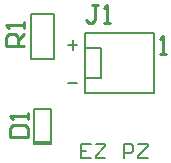
<source format=gto>
G04*
G04 #@! TF.GenerationSoftware,Altium Limited,Altium Designer,25.2.1 (25)*
G04*
G04 Layer_Color=65535*
%FSLAX44Y44*%
%MOMM*%
G71*
G04*
G04 #@! TF.SameCoordinates,9DBAF68E-55E7-41F9-A940-57863198C997*
G04*
G04*
G04 #@! TF.FilePolarity,Positive*
G04*
G01*
G75*
%ADD10C,0.2000*%
%ADD11C,0.2540*%
%ADD12R,1.3518X0.2949*%
D10*
X33000Y54000D02*
X47000D01*
X33000Y24000D02*
X47000D01*
X33000D02*
Y54000D01*
X47000Y24000D02*
Y54000D01*
X30000Y96000D02*
Y134000D01*
X50000D01*
X30000Y96000D02*
X50000D01*
Y134000D01*
X134210Y66900D02*
Y117700D01*
X75790Y66900D02*
X134210D01*
X75790D02*
Y117700D01*
X134210D01*
X75790Y105000D02*
X89760D01*
Y79600D02*
Y105000D01*
X75790Y79600D02*
X89760D01*
X81117Y24156D02*
X73120D01*
Y12160D01*
X81117D01*
X73120Y18158D02*
X77119D01*
X85116Y24156D02*
X93113D01*
Y22157D01*
X85116Y14159D01*
Y12160D01*
X93113D01*
X109108D02*
Y24156D01*
X115106D01*
X117106Y22157D01*
Y18158D01*
X115106Y16159D01*
X109108D01*
X121104Y24156D02*
X129102D01*
Y22157D01*
X121104Y14159D01*
Y12160D01*
X129102D01*
X61690Y75660D02*
X69687D01*
X61690Y107599D02*
X69687D01*
X65689Y111597D02*
Y103600D01*
D11*
X12383Y29843D02*
X27617D01*
Y37461D01*
X25078Y40000D01*
X14922D01*
X12383Y37461D01*
Y29843D01*
X27617Y45078D02*
Y50157D01*
Y47618D01*
X12383D01*
X14922Y45078D01*
X24128Y106683D02*
X8892D01*
Y114301D01*
X11432Y116840D01*
X16510D01*
X19049Y114301D01*
Y106683D01*
Y111762D02*
X24128Y116840D01*
Y121918D02*
Y126997D01*
Y124458D01*
X8892D01*
X11432Y121918D01*
X87525Y141617D02*
X82446D01*
X84986D01*
Y128921D01*
X82446Y126382D01*
X79907D01*
X77368Y128921D01*
X92603Y126382D02*
X97681D01*
X95142D01*
Y141617D01*
X92603Y139078D01*
X139290Y99920D02*
X144368D01*
X141829D01*
Y115155D01*
X139290Y112616D01*
D12*
X40241Y25526D02*
D03*
M02*

</source>
